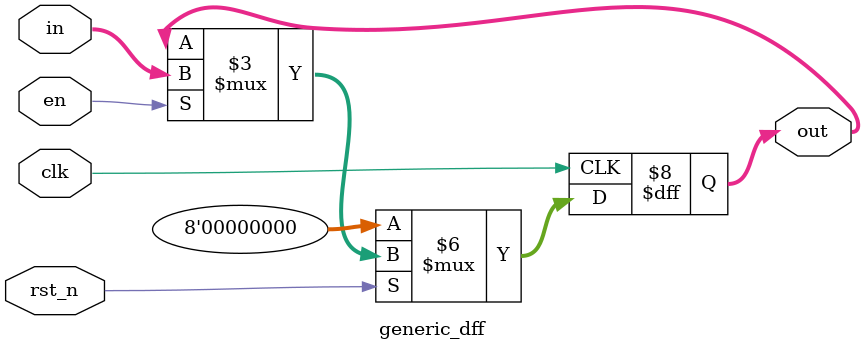
<source format=sv>
module generic_dff #(parameter WIDTH=8,
                    parameter RESET_VALUE=0,
                    parameter BYPASS=0)
(
    input logic clk,
    input logic rst_n,
    input logic [WIDTH-1:0] in,
    input logic en,
    output logic [WIDTH-1:0] out
);

    if (BYPASS) begin
        assign out = in;
    end else begin
        always_ff @(posedge clk) begin
            if (!rst_n) begin
                out <= WIDTH'(RESET_VALUE);
            end else if (en) begin
                out <= in;
            end
        end 
    end
endmodule
</source>
